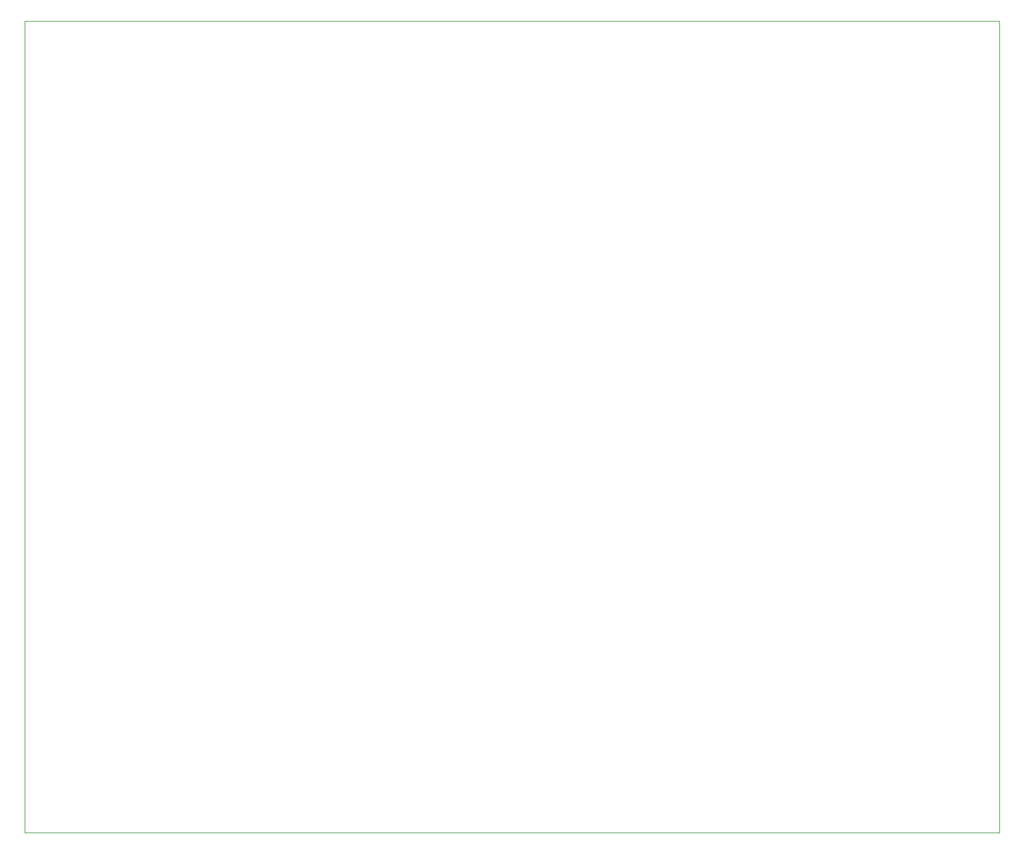
<source format=gbr>
G04 (created by PCBNEW (2013-07-07 BZR 4022)-stable) date 9/29/2015 7:05:24 PM*
%MOIN*%
G04 Gerber Fmt 3.4, Leading zero omitted, Abs format*
%FSLAX34Y34*%
G01*
G70*
G90*
G04 APERTURE LIST*
%ADD10C,0.00590551*%
%ADD11C,0.00393701*%
G04 APERTURE END LIST*
G54D10*
G54D11*
X40000Y-35000D02*
X43000Y-35000D01*
X40000Y-80000D02*
X40000Y-35000D01*
X94000Y-80000D02*
X40000Y-80000D01*
X94000Y-35000D02*
X94000Y-80000D01*
X42000Y-35000D02*
X94000Y-35000D01*
M02*

</source>
